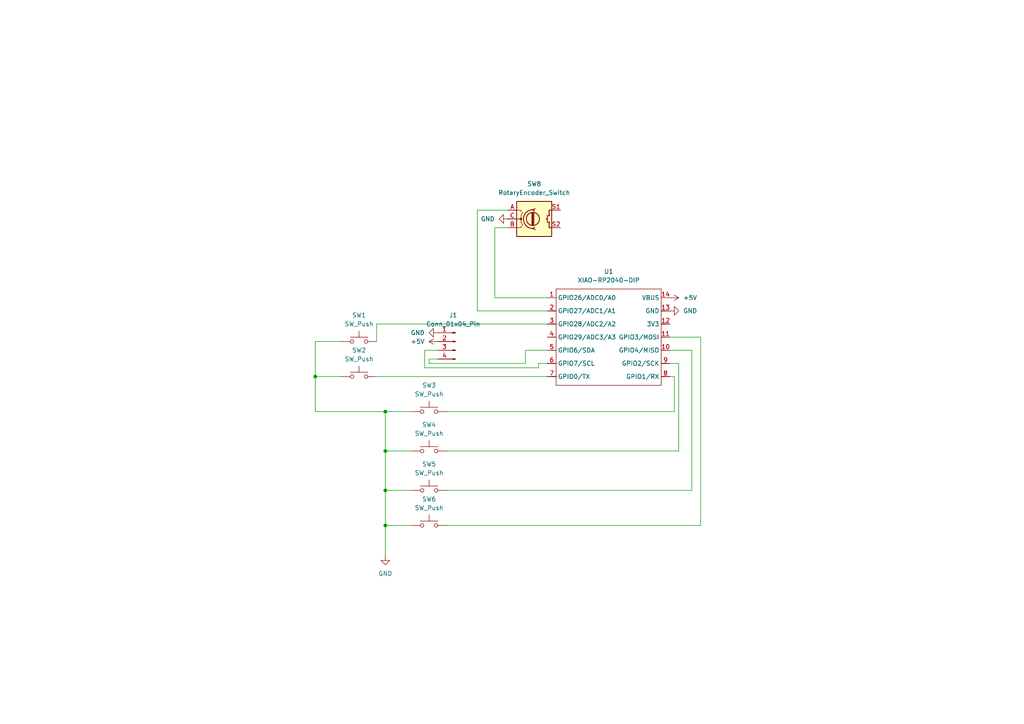
<source format=kicad_sch>
(kicad_sch (version 20250114) (generator "eeschema") (generator_version "9.0")
  (paper "A4")
  (lib_symbols
    (symbol "Connector:Conn_01x04_Pin" (pin_names (offset 1.016) (hide yes))
      (property "Reference" "J" (at 0 5.08 0))
      (property "Value" "Conn_01x04_Pin" (at 0 -7.62 0))
      (symbol "Conn_01x04_Pin_1_1"
        (rectangle (start 0.8636 2.667) (end 0 2.413) (stroke (width 0.1524)) (fill (type outline)))
        (rectangle (start 0.8636 0.127) (end 0 -0.127) (stroke (width 0.1524)) (fill (type outline)))
        (rectangle (start 0.8636 -2.413) (end 0 -2.667) (stroke (width 0.1524)) (fill (type outline)))
        (rectangle (start 0.8636 -4.953) (end 0 -5.207) (stroke (width 0.1524)) (fill (type outline)))
        (polyline (pts (xy 1.27 2.54) (xy 0.8636 2.54)) (stroke (width 0.1524)))
        (polyline (pts (xy 1.27 0) (xy 0.8636 0)) (stroke (width 0.1524)))
        (polyline (pts (xy 1.27 -2.54) (xy 0.8636 -2.54)) (stroke (width 0.1524)))
        (polyline (pts (xy 1.27 -5.08) (xy 0.8636 -5.08)) (stroke (width 0.1524)))
        (pin passive line (at 5.08 2.54 180) (length 3.81) (name "Pin_1") (number "1"))
        (pin passive line (at 5.08 0 180) (length 3.81) (name "Pin_2") (number "2"))
        (pin passive line (at 5.08 -2.54 180) (length 3.81) (name "Pin_3") (number "3"))
        (pin passive line (at 5.08 -5.08 180) (length 3.81) (name "Pin_4") (number "4"))
      )
    )
    (symbol "Device:RotaryEncoder_Switch" (pin_names (offset 0.254) (hide yes))
      (property "Reference" "SW" (at 0 6.604 0))
      (property "Value" "RotaryEncoder_Switch" (at 0 -6.604 0))
      (symbol "RotaryEncoder_Switch_0_1"
        (rectangle (start -5.08 5.08) (end 5.08 -5.08) (stroke (width 0.254)) (fill (type background)))
        (polyline (pts (xy -5.08 2.54) (xy -3.81 2.54) (xy -3.81 2.032)))
        (polyline (pts (xy -5.08 0) (xy -3.81 0) (xy -3.81 -1.016) (xy -3.302 -2.032)))
        (polyline (pts (xy -5.08 -2.54) (xy -3.81 -2.54) (xy -3.81 -2.032)))
        (polyline (pts (xy -4.318 0) (xy -3.81 0) (xy -3.81 1.016) (xy -3.302 2.032)))
        (circle (center -3.81 0) (radius 0.254) (fill (type outline)))
        (polyline (pts (xy -0.635 -1.778) (xy -0.635 1.778)) (stroke (width 0.254)))
        (circle (center -0.381 0) (radius 1.905) (stroke (width 0.254)))
        (polyline (pts (xy -0.381 -1.778) (xy -0.381 1.778)) (stroke (width 0.254)))
        (arc (start -0.381 -2.794) (mid -3.0988 -0.0635) (end -0.381 2.667) (stroke (width 0.254)))
        (polyline (pts (xy -0.127 1.778) (xy -0.127 -1.778)) (stroke (width 0.254)))
        (polyline (pts (xy 0.254 2.921) (xy -0.508 2.667) (xy 0.127 2.286)) (stroke (width 0.254)))
        (polyline (pts (xy 0.254 -3.048) (xy -0.508 -2.794) (xy 0.127 -2.413)) (stroke (width 0.254)))
        (polyline (pts (xy 3.81 1.016) (xy 3.81 -1.016)) (stroke (width 0.254)))
        (polyline (pts (xy 3.81 0) (xy 3.429 0)) (stroke (width 0.254)))
        (circle (center 4.318 1.016) (radius 0.127) (stroke (width 0.254)))
        (circle (center 4.318 -1.016) (radius 0.127) (stroke (width 0.254)))
        (polyline (pts (xy 5.08 2.54) (xy 4.318 2.54) (xy 4.318 1.016)) (stroke (width 0.254)))
        (polyline (pts (xy 5.08 -2.54) (xy 4.318 -2.54) (xy 4.318 -1.016)) (stroke (width 0.254)))
      )
      (symbol "RotaryEncoder_Switch_1_1"
        (pin passive line (at -7.62 2.54 0) (length 2.54) (name "A") (number "A"))
        (pin passive line (at -7.62 0 0) (length 2.54) (name "C") (number "C"))
        (pin passive line (at -7.62 -2.54 0) (length 2.54) (name "B") (number "B"))
        (pin passive line (at 7.62 2.54 180) (length 2.54) (name "S1") (number "S1"))
        (pin passive line (at 7.62 -2.54 180) (length 2.54) (name "S2") (number "S2"))
      )
    )
    (symbol "Seeed_Studio_XIAO_Series:XIAO-RP2040-DIP"
      (property "Reference" "U" (at 0 0 0))
      (property "Value" "XIAO-RP2040-DIP" (at 5.334 -1.778 0))
      (symbol "XIAO-RP2040-DIP_1_0"
        (polyline (pts (xy -1.27 -2.54) (xy 29.21 -2.54)) (stroke (width 0.1524)))
        (polyline (pts (xy -1.27 -5.08) (xy -2.54 -5.08)) (stroke (width 0.1524)))
        (polyline (pts (xy -1.27 -5.08) (xy -1.27 -2.54)) (stroke (width 0.1524)))
        (polyline (pts (xy -1.27 -8.89) (xy -2.54 -8.89)) (stroke (width 0.1524)))
        (polyline (pts (xy -1.27 -8.89) (xy -1.27 -5.08)) (stroke (width 0.1524)))
        (polyline (pts (xy -1.27 -12.7) (xy -2.54 -12.7)) (stroke (width 0.1524)))
        (polyline (pts (xy -1.27 -12.7) (xy -1.27 -8.89)) (stroke (width 0.1524)))
        (polyline (pts (xy -1.27 -16.51) (xy -2.54 -16.51)) (stroke (width 0.1524)))
        (polyline (pts (xy -1.27 -16.51) (xy -1.27 -12.7)) (stroke (width 0.1524)))
        (polyline (pts (xy -1.27 -20.32) (xy -2.54 -20.32)) (stroke (width 0.1524)))
        (polyline (pts (xy -1.27 -24.13) (xy -2.54 -24.13)) (stroke (width 0.1524)))
        (polyline (pts (xy -1.27 -27.94) (xy -2.54 -27.94)) (stroke (width 0.1524)))
        (polyline (pts (xy -1.27 -30.48) (xy -1.27 -16.51)) (stroke (width 0.1524)))
        (polyline (pts (xy 29.21 -2.54) (xy 29.21 -5.08)) (stroke (width 0.1524)))
        (polyline (pts (xy 29.21 -5.08) (xy 29.21 -8.89)) (stroke (width 0.1524)))
        (polyline (pts (xy 29.21 -8.89) (xy 29.21 -12.7)) (stroke (width 0.1524)))
        (polyline (pts (xy 29.21 -12.7) (xy 29.21 -30.48)) (stroke (width 0.1524)))
        (polyline (pts (xy 29.21 -30.48) (xy -1.27 -30.48)) (stroke (width 0.1524)))
        (polyline (pts (xy 30.48 -5.08) (xy 29.21 -5.08)) (stroke (width 0.1524)))
        (polyline (pts (xy 30.48 -8.89) (xy 29.21 -8.89)) (stroke (width 0.1524)))
        (polyline (pts (xy 30.48 -12.7) (xy 29.21 -12.7)) (stroke (width 0.1524)))
        (polyline (pts (xy 30.48 -16.51) (xy 29.21 -16.51)) (stroke (width 0.1524)))
        (polyline (pts (xy 30.48 -20.32) (xy 29.21 -20.32)) (stroke (width 0.1524)))
        (polyline (pts (xy 30.48 -24.13) (xy 29.21 -24.13)) (stroke (width 0.1524)))
        (polyline (pts (xy 30.48 -27.94) (xy 29.21 -27.94)) (stroke (width 0.1524)))
        (pin passive line (at -3.81 -5.08 0) (length 2.54) (name "GPIO26/ADC0/A0") (number "1"))
        (pin passive line (at -3.81 -8.89 0) (length 2.54) (name "GPIO27/ADC1/A1") (number "2"))
        (pin passive line (at -3.81 -12.7 0) (length 2.54) (name "GPIO28/ADC2/A2") (number "3"))
        (pin passive line (at -3.81 -16.51 0) (length 2.54) (name "GPIO29/ADC3/A3") (number "4"))
        (pin passive line (at -3.81 -20.32 0) (length 2.54) (name "GPIO6/SDA") (number "5"))
        (pin passive line (at -3.81 -24.13 0) (length 2.54) (name "GPIO7/SCL") (number "6"))
        (pin passive line (at -3.81 -27.94 0) (length 2.54) (name "GPIO0/TX") (number "7"))
        (pin passive line (at 31.75 -5.08 180) (length 2.54) (name "VBUS") (number "14"))
        (pin passive line (at 31.75 -8.89 180) (length 2.54) (name "GND") (number "13"))
        (pin passive line (at 31.75 -12.7 180) (length 2.54) (name "3V3") (number "12"))
        (pin passive line (at 31.75 -16.51 180) (length 2.54) (name "GPIO3/MOSI") (number "11"))
        (pin passive line (at 31.75 -20.32 180) (length 2.54) (name "GPIO4/MISO") (number "10"))
        (pin passive line (at 31.75 -24.13 180) (length 2.54) (name "GPIO2/SCK") (number "9"))
        (pin passive line (at 31.75 -27.94 180) (length 2.54) (name "GPIO1/RX") (number "8"))
      )
    )
    (symbol "Switch:SW_Push" (pin_numbers (hide yes)) (pin_names (offset 1.016) (hide yes))
      (property "Reference" "SW" (at 1.27 2.54 0))
      (property "Value" "SW_Push" (at 0 -1.524 0))
      (symbol "SW_Push_0_1"
        (circle (center -2.032 0) (radius 0.508))
        (polyline (pts (xy 0 1.27) (xy 0 3.048)))
        (circle (center 2.032 0) (radius 0.508))
        (polyline (pts (xy 2.54 1.27) (xy -2.54 1.27)))
        (pin passive line (at -5.08 0 0) (length 2.54) (name "1") (number "1"))
        (pin passive line (at 5.08 0 180) (length 2.54) (name "2") (number "2"))
      )
    )
    (symbol "power:+5V" (power) (pin_numbers (hide yes)) (pin_names (offset 0) (hide yes))
      (property "Value" "+5V" (at 0 3.556 0))
      (symbol "+5V_0_1"
        (polyline (pts (xy -0.762 1.27) (xy 0 2.54)))
        (polyline (pts (xy 0 2.54) (xy 0.762 1.27)))
        (polyline (pts (xy 0 0) (xy 0 2.54)))
      )
      (symbol "+5V_1_1"
        (pin power_in line (at 0 0 90) (length 0) (name "~") (number "1"))
      )
    )
    (symbol "power:GND" (power) (pin_numbers (hide yes)) (pin_names (offset 0) (hide yes))
      (property "Value" "GND" (at 0 -3.81 0))
      (symbol "GND_0_1"
        (polyline (pts (xy 0 0) (xy 0 -1.27) (xy 1.27 -1.27) (xy 0 -2.54) (xy -1.27 -1.27) (xy 0 -1.27)))
      )
      (symbol "GND_1_1"
        (pin power_in line (at 0 0 270) (length 0) (name "~") (number "1"))
      )
    )
  )
  (junction (at 91.44 109.22))
  (junction (at 111.76 152.4))
  (junction (at 111.76 142.24))
  (junction (at 111.76 119.38))
  (junction (at 111.76 130.81))
  (wire (pts (xy 203.2 97.79) (xy 194.31 97.79)))
  (wire (pts (xy 91.44 99.06) (xy 91.44 109.22)))
  (wire (pts (xy 127 101.6) (xy 123.19 101.6)))
  (wire (pts (xy 156.21 106.68) (xy 156.21 105.41)))
  (wire (pts (xy 123.19 101.6) (xy 123.19 106.68)))
  (wire (pts (xy 91.44 109.22) (xy 91.44 119.38)))
  (wire (pts (xy 156.21 105.41) (xy 158.75 105.41)))
  (wire (pts (xy 147.32 60.96) (xy 138.43 60.96)))
  (wire (pts (xy 109.22 109.22) (xy 158.75 109.22)))
  (wire (pts (xy 109.22 93.98) (xy 158.75 93.98)))
  (wire (pts (xy 152.4 105.41) (xy 152.4 101.6)))
  (wire (pts (xy 152.4 101.6) (xy 158.75 101.6)))
  (wire (pts (xy 143.51 66.04) (xy 143.51 86.36)))
  (wire (pts (xy 111.76 119.38) (xy 111.76 130.81)))
  (wire (pts (xy 129.54 130.81) (xy 196.85 130.81)))
  (wire (pts (xy 123.19 106.68) (xy 156.21 106.68)))
  (wire (pts (xy 111.76 142.24) (xy 119.38 142.24)))
  (wire (pts (xy 124.46 104.14) (xy 124.46 105.41)))
  (wire (pts (xy 200.66 101.6) (xy 194.31 101.6)))
  (wire (pts (xy 109.22 99.06) (xy 109.22 93.98)))
  (wire (pts (xy 91.44 119.38) (xy 111.76 119.38)))
  (wire (pts (xy 111.76 119.38) (xy 119.38 119.38)))
  (wire (pts (xy 143.51 86.36) (xy 158.75 86.36)))
  (wire (pts (xy 129.54 142.24) (xy 200.66 142.24)))
  (wire (pts (xy 111.76 130.81) (xy 111.76 142.24)))
  (wire (pts (xy 127 104.14) (xy 124.46 104.14)))
  (wire (pts (xy 138.43 90.17) (xy 158.75 90.17)))
  (wire (pts (xy 200.66 142.24) (xy 200.66 101.6)))
  (wire (pts (xy 196.85 105.41) (xy 194.31 105.41)))
  (wire (pts (xy 91.44 109.22) (xy 99.06 109.22)))
  (wire (pts (xy 111.76 130.81) (xy 119.38 130.81)))
  (wire (pts (xy 111.76 152.4) (xy 119.38 152.4)))
  (wire (pts (xy 196.85 130.81) (xy 196.85 105.41)))
  (wire (pts (xy 147.32 66.04) (xy 143.51 66.04)))
  (wire (pts (xy 111.76 142.24) (xy 111.76 152.4)))
  (wire (pts (xy 129.54 119.38) (xy 195.58 119.38)))
  (wire (pts (xy 124.46 105.41) (xy 152.4 105.41)))
  (wire (pts (xy 129.54 152.4) (xy 203.2 152.4)))
  (wire (pts (xy 195.58 119.38) (xy 195.58 109.22)))
  (wire (pts (xy 203.2 152.4) (xy 203.2 97.79)))
  (wire (pts (xy 195.58 109.22) (xy 194.31 109.22)))
  (wire (pts (xy 99.06 99.06) (xy 91.44 99.06)))
  (wire (pts (xy 138.43 60.96) (xy 138.43 90.17)))
  (wire (pts (xy 111.76 152.4) (xy 111.76 161.29)))
  (symbol (lib_id "power:GND") (at 111.76 161.29 0) (unit 1)
    (property "Reference" "#PWR01" (effects (hide yes)))
    (property "Value" "GND" (at 111.76 166.37 0))
    (property "Description" "Power symbol creates a global label with name \"GND\" , ground" (effects (hide yes)))
  )
  (symbol (lib_id "Switch:SW_Push") (at 124.46 130.81 0) (unit 1)
    (property "Reference" "SW4" (at 124.46 123.19 0))
    (property "Value" "SW_Push" (at 124.46 125.73 0))
    (property "Footprint" "Button_Switch_Keyboard:SW_Cherry_MX_1.00u_PCB" (effects (hide yes)))
    (property "Description" "Push button switch, generic, two pins" (effects (hide yes)))
  )
  (symbol (lib_id "power:+5V") (at 194.31 86.36 270) (unit 1)
    (property "Reference" "#PWR03" (effects (hide yes)))
    (property "Value" "+5V" (at 198.12 86.3599 90) (effects (justify left)))
    (property "Description" "Power symbol creates a global label with name \"+5V\"" (effects (hide yes)))
  )
  (symbol (lib_id "Connector:Conn_01x04_Pin") (at 132.08 99.06 0) (mirror y) (unit 1)
    (property "Reference" "J1" (at 131.445 91.44 0))
    (property "Value" "Conn_01x04_Pin" (at 131.445 93.98 0))
    (property "Footprint" "opl2:SSD1306-0.91-OLED-4pin-128x32" (effects (hide yes)))
    (property "Description" "Generic connector, single row, 01x04, script generated" (effects (hide yes)))
  )
  (symbol (lib_id "Device:RotaryEncoder_Switch") (at 154.94 63.5 0) (unit 1)
    (property "Reference" "SW8" (at 154.94 53.34 0))
    (property "Value" "RotaryEncoder_Switch" (at 154.94 55.88 0))
    (property "Footprint" "Rotary_Encoder:RotaryEncoder_Alps_EC11E-Switch_Vertical_H20mm" (effects (hide yes)))
    (property "Description" "Rotary encoder, dual channel, incremental quadrate outputs, with switch" (effects (hide yes)))
  )
  (symbol (lib_id "Switch:SW_Push") (at 124.46 152.4 0) (unit 1)
    (property "Reference" "SW6" (at 124.46 144.78 0))
    (property "Value" "SW_Push" (at 124.46 147.32 0))
    (property "Footprint" "Button_Switch_Keyboard:SW_Cherry_MX_1.00u_PCB" (effects (hide yes)))
    (property "Description" "Push button switch, generic, two pins" (effects (hide yes)))
  )
  (symbol (lib_id "power:GND") (at 147.32 63.5 270) (unit 1)
    (property "Reference" "#PWR04" (effects (hide yes)))
    (property "Value" "GND" (at 143.51 63.4999 90) (effects (justify right)))
    (property "Description" "Power symbol creates a global label with name \"GND\" , ground" (effects (hide yes)))
  )
  (symbol (lib_id "Switch:SW_Push") (at 124.46 142.24 0) (unit 1)
    (property "Reference" "SW5" (at 124.46 134.62 0))
    (property "Value" "SW_Push" (at 124.46 137.16 0))
    (property "Footprint" "Button_Switch_Keyboard:SW_Cherry_MX_1.00u_PCB" (effects (hide yes)))
    (property "Description" "Push button switch, generic, two pins" (effects (hide yes)))
  )
  (symbol (lib_id "power:GND") (at 127 96.52 270) (unit 1)
    (property "Reference" "#PWR05" (effects (hide yes)))
    (property "Value" "GND" (at 123.19 96.5199 90) (effects (justify right)))
    (property "Description" "Power symbol creates a global label with name \"GND\" , ground" (effects (hide yes)))
  )
  (symbol (lib_id "Switch:SW_Push") (at 104.14 109.22 0) (unit 1)
    (property "Reference" "SW2" (at 104.14 101.6 0))
    (property "Value" "SW_Push" (at 104.14 104.14 0))
    (property "Footprint" "Button_Switch_Keyboard:SW_Cherry_MX_1.00u_PCB" (effects (hide yes)))
    (property "Description" "Push button switch, generic, two pins" (effects (hide yes)))
  )
  (symbol (lib_id "Switch:SW_Push") (at 104.14 99.06 0) (unit 1)
    (property "Reference" "SW1" (at 104.14 91.44 0))
    (property "Value" "SW_Push" (at 104.14 93.98 0))
    (property "Footprint" "Button_Switch_Keyboard:SW_Cherry_MX_1.00u_PCB" (effects (hide yes)))
    (property "Description" "Push button switch, generic, two pins" (effects (hide yes)))
  )
  (symbol (lib_id "power:GND") (at 194.31 90.17 90) (unit 1)
    (property "Reference" "#PWR02" (effects (hide yes)))
    (property "Value" "GND" (at 198.12 90.1699 90) (effects (justify right)))
    (property "Description" "Power symbol creates a global label with name \"GND\" , ground" (effects (hide yes)))
  )
  (symbol (lib_id "Switch:SW_Push") (at 124.46 119.38 0) (unit 1)
    (property "Reference" "SW3" (at 124.46 111.76 0))
    (property "Value" "SW_Push" (at 124.46 114.3 0))
    (property "Footprint" "Button_Switch_Keyboard:SW_Cherry_MX_1.00u_PCB" (effects (hide yes)))
    (property "Description" "Push button switch, generic, two pins" (effects (hide yes)))
  )
  (symbol (lib_id "power:+5V") (at 127 99.06 90) (unit 1)
    (property "Reference" "#PWR06" (effects (hide yes)))
    (property "Value" "+5V" (at 123.19 99.0599 90) (effects (justify left)))
    (property "Description" "Power symbol creates a global label with name \"+5V\"" (effects (hide yes)))
  )
  (symbol (lib_id "Seeed_Studio_XIAO_Series:XIAO-RP2040-DIP") (at 162.56 81.28 0) (unit 1)
    (property "Reference" "U1" (at 176.53 78.74 0))
    (property "Value" "XIAO-RP2040-DIP" (at 176.53 81.28 0))
    (property "Footprint" "Seeed Studio XIAO Series Library:XIAO-RP2040-DIP" (effects (hide yes)))
  )
)
</source>
